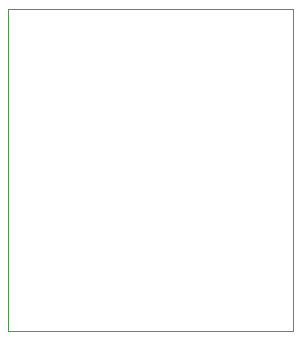
<source format=gbr>
G04 (created by PCBNEW (25-Oct-2014 BZR 4029)-stable) date 2015年05月14日 星期四 19时18分23秒*
%MOIN*%
G04 Gerber Fmt 3.4, Leading zero omitted, Abs format*
%FSLAX34Y34*%
G01*
G70*
G90*
G04 APERTURE LIST*
%ADD10C,0.00590551*%
%ADD11C,0.00393701*%
G04 APERTURE END LIST*
G54D10*
G54D11*
X53000Y-17750D02*
X43500Y-17750D01*
X53000Y-28500D02*
X53000Y-17750D01*
X43500Y-28500D02*
X53000Y-28500D01*
X43500Y-17750D02*
X43500Y-28500D01*
M02*

</source>
